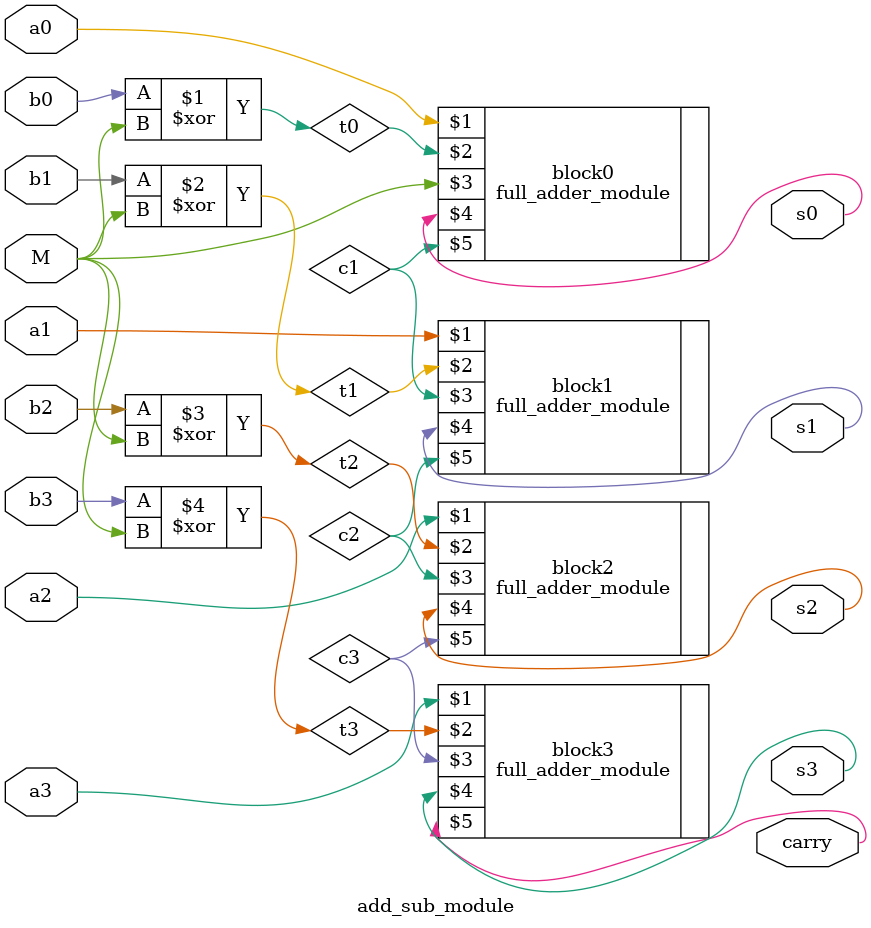
<source format=v>
module add_sub_module(M, a0, a1, a2, a3, b0, b1, b2, b3, s0, s1, s2, s3, carry);
    input M, a0, a1, a2, a3, b0, b1, b2, b3;
    output s0, s1, s2, s3, carry;
    wire t0, t1, t2, t3, c1, c2, c3;
    
    xor(t0, b0, M);
    xor(t1, b1, M);
    xor(t2, b2, M);
    xor(t3, b3, M);

    full_adder_module block0(a0, t0, M, s0, c1);
    full_adder_module block1(a1, t1, c1, s1, c2);
    full_adder_module block2(a2, t2, c2, s2, c3);
    full_adder_module block3(a3, t3, c3, s3, carry);    

endmodule
</source>
